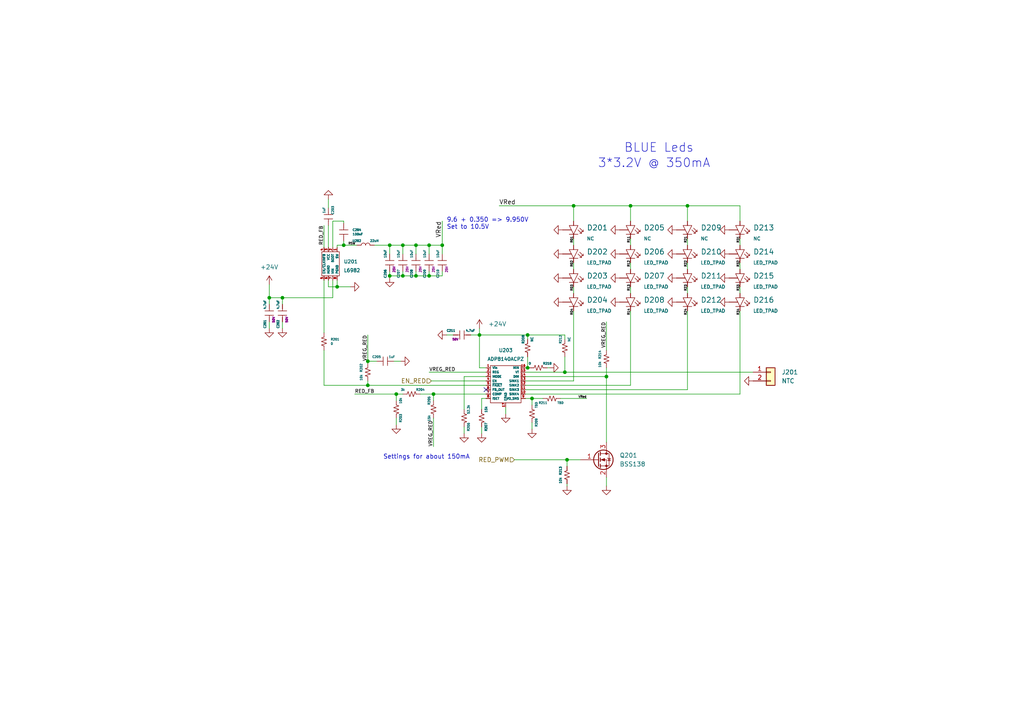
<source format=kicad_sch>
(kicad_sch (version 20211123) (generator eeschema)
  (paper "A4")
  (lib_symbols
    (symbol "ADP8140:ADP8140ACPZ"
      (property "Reference" "U" (at 0 6.985 0))
      (property "Value" "ADP8140ACPZ" (at 0 6.985 0))
      (symbol "ADP8140ACPZ_0_1"
        (rectangle (start -4.445 5.08) (end 4.445 -5.715) (stroke (width 0.1524)))
      )
      (symbol "ADP8140ACPZ_1_1"
        (pin power_in line (at -5.715 4.445 0) (length 1.27) (name "Vin") (number "1"))
        (pin power_out line (at 5.715 -3.175 180) (length 1.27) (name "SINK4") (number "10"))
        (pin power_out line (at 5.715 -1.905 180) (length 1.27) (name "SINK3") (number "11"))
        (pin power_out line (at 5.715 -0.635 180) (length 1.27) (name "SINK2") (number "12"))
        (pin power_out line (at 5.715 0.635 180) (length 1.27) (name "SINK1") (number "13"))
        (pin input line (at 5.715 1.905 180) (length 1.27) (name "DIM") (number "14"))
        (pin input line (at 5.715 3.175 180) (length 1.27) (name "VT") (number "15"))
        (pin input line (at 5.715 4.445 180) (length 1.27) (name "MIN") (number "16"))
        (pin power_in line (at 0 -6.985 90) (length 1.27) (name "EPAD") (number "17"))
        (pin power_out line (at -5.715 3.175 0) (length 1.27) (name "REG") (number "2"))
        (pin input line (at -5.715 1.905 0) (length 1.27) (name "MODE") (number "3"))
        (pin input line (at -5.715 0.635 0) (length 1.27) (name "EN") (number "4"))
        (pin output line (at -5.715 -0.635 0) (length 1.27) (name "~{FAULT}") (number "5"))
        (pin output line (at -5.715 -1.905 0) (length 1.27) (name "FB_OUT") (number "6"))
        (pin output line (at -5.715 -3.175 0) (length 1.27) (name "COMP") (number "7"))
        (pin input line (at -5.715 -4.445 0) (length 1.27) (name "ISET") (number "8"))
        (pin input line (at 5.715 -4.445 180) (length 1.27) (name "VO_SNS") (number "9"))
      )
    )
    (symbol "Connector_Generic:Conn_01x02" (pin_names (offset 1.016) hide)
      (property "Reference" "J" (at 0 2.54 0))
      (property "Value" "Conn_01x02" (at 0 -5.08 0))
      (symbol "Conn_01x02_1_1"
        (rectangle (start -1.27 -2.413) (end 0 -2.667) (stroke (width 0.1524)))
        (rectangle (start -1.27 0.127) (end 0 -0.127) (stroke (width 0.1524)))
        (rectangle (start -1.27 1.27) (end 1.27 -3.81) (stroke (width 0.254)) (fill (type background)))
        (pin passive line (at -5.08 0 0) (length 3.81) (name "Pin_1") (number "1"))
        (pin passive line (at -5.08 -2.54 0) (length 3.81) (name "Pin_2") (number "2"))
      )
    )
    (symbol "L6982NDR:L6982"
      (property "Reference" "U" (at 0 4.445 0))
      (property "Value" "L6982" (at 0 4.445 0))
      (symbol "L6982_0_1"
        (rectangle (start -3.81 2.54) (end 3.175 -2.54) (stroke (width 0.1524)))
      )
      (symbol "L6982_1_1"
        (pin output line (at -5.08 1.905 0) (length 1.27) (name "SW") (number "1"))
        (pin input line (at -5.08 0.635 0) (length 1.27) (name "BOOT") (number "2"))
        (pin power_out line (at -5.08 -0.635 0) (length 1.27) (name "VCC") (number "3"))
        (pin input line (at -5.08 -1.905 0) (length 1.27) (name "FB") (number "4"))
        (pin input line (at 4.445 -1.905 180) (length 1.27) (name "EN/CLKIN") (number "5"))
        (pin power_in line (at 4.445 -0.635 180) (length 1.27) (name "AGND") (number "6"))
        (pin power_in line (at 4.445 0.635 180) (length 1.27) (name "VIN") (number "7"))
        (pin power_in line (at 4.445 1.905 180) (length 1.27) (name "PGND") (number "8"))
      )
    )
    (symbol "NMOS:BSS138" (pin_names (offset 0) hide)
      (property "Reference" "Q" (at 5.08 1.905 0))
      (property "Value" "BSS138" (at 5.08 0 0))
      (symbol "BSS138_0_1"
        (polyline (pts (xy 0.762 -1.778) (xy 2.54 -1.778)))
        (polyline (pts (xy 0.762 -1.27) (xy 0.762 -2.286)) (stroke (width 0.254)))
        (polyline (pts (xy 0.762 0) (xy 2.54 0)))
        (polyline (pts (xy 0.762 0.508) (xy 0.762 -0.508)) (stroke (width 0.254)))
        (polyline (pts (xy 0.762 1.778) (xy 2.54 1.778)))
        (polyline (pts (xy 0.762 2.286) (xy 0.762 1.27)) (stroke (width 0.254)))
        (polyline (pts (xy 2.54 -1.778) (xy 2.54 -2.54)))
        (polyline (pts (xy 2.54 -1.778) (xy 2.54 0)))
        (polyline (pts (xy 2.54 2.54) (xy 2.54 1.778)))
        (polyline (pts (xy 0.254 1.905) (xy 0.254 -1.905) (xy 0.254 -1.905)) (stroke (width 0.254)))
        (polyline (pts (xy 1.016 0) (xy 2.032 0.381) (xy 2.032 -0.381) (xy 1.016 0)) (fill (type outline)))
        (polyline (pts (xy 2.54 -1.778) (xy 3.302 -1.778) (xy 3.302 1.778) (xy 2.54 1.778)))
        (polyline (pts (xy 2.794 0.508) (xy 2.921 0.381) (xy 3.683 0.381) (xy 3.81 0.254)))
        (polyline (pts (xy 3.302 0.381) (xy 2.921 -0.254) (xy 3.683 -0.254) (xy 3.302 0.381)))
        (circle (center 1.651 0) (radius 2.8194) (stroke (width 0.254)))
        (circle (center 2.54 -1.778) (radius 0.2794) (fill (type outline)))
        (circle (center 2.54 1.778) (radius 0.2794) (fill (type outline)))
      )
      (symbol "BSS138_1_1"
        (pin input line (at -5.08 0 0) (length 5.334) (name "G") (number "1"))
        (pin passive line (at 2.54 -5.08 90) (length 2.54) (name "S") (number "2"))
        (pin passive line (at 2.54 5.08 270) (length 2.54) (name "D") (number "3"))
      )
    )
    (symbol "passives:CAP_0603" (pin_numbers hide) (pin_names (offset 0) hide)
      (property "Reference" "C" (at 0 -2.54 0))
      (property "Value" "CAP_0603" (at 0 1.905 0))
      (symbol "CAP_0603_0_1"
        (polyline (pts (xy -1.27 0) (xy -0.635 0)))
        (polyline (pts (xy -0.635 -1.27) (xy -0.635 1.27)))
        (polyline (pts (xy 0.635 -1.27) (xy 0.635 -0.635)))
        (polyline (pts (xy 0.635 0.635) (xy 0.635 -0.635)))
        (polyline (pts (xy 0.635 1.27) (xy 0.635 0.635)))
        (polyline (pts (xy 1.27 0) (xy 0.635 0)))
      )
      (symbol "CAP_0603_1_1"
        (pin passive line (at -2.54 0 0) (length 1.27) (name "~") (number "1"))
        (pin passive line (at 2.54 0 180) (length 1.27) (name "~") (number "2"))
      )
    )
    (symbol "passives:CAP_0805" (pin_numbers hide) (pin_names (offset 0) hide)
      (property "Reference" "C" (at 0 -2.54 0))
      (property "Value" "CAP_0805" (at 0 1.905 0))
      (symbol "CAP_0805_0_1"
        (polyline (pts (xy -1.27 0) (xy -0.635 0)))
        (polyline (pts (xy -0.635 -1.27) (xy -0.635 1.27)))
        (polyline (pts (xy 0.635 -1.27) (xy 0.635 -0.635)))
        (polyline (pts (xy 0.635 0.635) (xy 0.635 -0.635)))
        (polyline (pts (xy 0.635 1.27) (xy 0.635 0.635)))
        (polyline (pts (xy 1.27 0) (xy 0.635 0)))
      )
      (symbol "CAP_0805_1_1"
        (pin passive line (at -2.54 0 0) (length 1.27) (name "~") (number "1"))
        (pin passive line (at 2.54 0 180) (length 1.27) (name "~") (number "2"))
      )
    )
    (symbol "passives:CAP_1206" (pin_numbers hide) (pin_names (offset 0) hide)
      (property "Reference" "C" (at 0 -2.54 0))
      (property "Value" "CAP_1206" (at 0 1.905 0))
      (symbol "CAP_1206_0_1"
        (polyline (pts (xy -1.27 0) (xy -0.635 0)))
        (polyline (pts (xy -0.635 -1.27) (xy -0.635 1.27)))
        (polyline (pts (xy 0.635 -1.27) (xy 0.635 -0.635)))
        (polyline (pts (xy 0.635 0.635) (xy 0.635 -0.635)))
        (polyline (pts (xy 0.635 1.27) (xy 0.635 0.635)))
        (polyline (pts (xy 1.27 0) (xy 0.635 0)))
      )
      (symbol "CAP_1206_1_1"
        (pin passive line (at -2.54 0 0) (length 1.27) (name "~") (number "1"))
        (pin passive line (at 2.54 0 180) (length 1.27) (name "~") (number "2"))
      )
    )
    (symbol "passives:IND_SMALL" (pin_numbers hide) (pin_names (offset 0) hide)
      (property "Reference" "U" (at 0 0 0))
      (property "Value" "IND_SMALL" (at 0 0 0))
      (symbol "IND_SMALL_0_1"
        (arc (start 0 0) (mid -0.635 0.635) (end -1.27 0))
        (arc (start 1.27 0) (mid 0.635 0.635) (end 0 0))
      )
      (symbol "IND_SMALL_1_1"
        (pin passive line (at -2.54 0 0) (length 1.27) (name "~") (number "1"))
        (pin passive line (at 2.54 0 180) (length 1.27) (name "~") (number "2"))
      )
    )
    (symbol "passives:LED_TPAD" (pin_numbers hide) (pin_names (offset 0) hide)
      (property "Reference" "D" (at 8.255 0 0))
      (property "Value" "LED_TPAD" (at 0 4.445 0))
      (symbol "LED_TPAD_0_1"
        (polyline (pts (xy 0 1.27) (xy 1.016 2.286)))
        (polyline (pts (xy 0.508 2.794) (xy 0 2.794)))
        (polyline (pts (xy 1.016 2.286) (xy 0.508 2.286)))
        (polyline (pts (xy 1.016 2.286) (xy 1.016 1.778)))
        (polyline (pts (xy 1.27 0) (xy 1.27 -1.27)))
        (polyline (pts (xy 1.27 0) (xy 1.27 1.27)))
        (polyline (pts (xy -0.508 1.778) (xy 0.508 2.794) (xy 0.508 2.286)))
        (polyline (pts (xy -1.27 0) (xy -1.27 1.27) (xy 1.27 0) (xy -1.27 -1.27) (xy -1.27 0)))
      )
      (symbol "LED_TPAD_1_1"
        (pin input line (at -2.54 0 0) (length 1.27) (name "A") (number "A"))
        (pin input line (at 2.54 0 180) (length 1.27) (name "K") (number "K"))
        (pin passive line (at 0 -3.175 90) (length 2.54) (name "PAD") (number "N"))
      )
    )
    (symbol "passives:RES_0603" (pin_numbers hide) (pin_names (offset 0) hide)
      (property "Reference" "R" (at 0 -2.54 0))
      (property "Value" "RES_0603" (at 0 1.27 0))
      (symbol "RES_0603_0_1"
        (polyline (pts (xy -1.27 0) (xy -1.016 0.762) (xy -0.508 -0.762) (xy 0 0.762) (xy 0.508 -0.762) (xy 1.016 0.762) (xy 1.27 0)))
      )
      (symbol "RES_0603_1_1"
        (pin input line (at -2.54 0 0) (length 1.27) (name "1") (number "1"))
        (pin input line (at 2.54 0 180) (length 1.27) (name "2") (number "2"))
      )
    )
    (symbol "power:+24V" (power) (pin_names (offset 0))
      (property "Value" "+24V" (at 0 3.556 0))
      (symbol "+24V_0_1"
        (polyline (pts (xy -0.762 1.27) (xy 0 2.54)))
        (polyline (pts (xy 0 0) (xy 0 2.54)))
        (polyline (pts (xy 0 2.54) (xy 0.762 1.27)))
      )
      (symbol "+24V_1_1"
        (pin power_in line (at 0 0 90) (length 0) hide (name "+24V") (number "1"))
      )
    )
    (symbol "power:GND" (power) (pin_names (offset 0))
      (property "Value" "GND" (at 0 -3.81 0))
      (symbol "GND_0_1"
        (polyline (pts (xy 0 0) (xy 0 -1.27) (xy 1.27 -1.27) (xy 0 -2.54) (xy -1.27 -1.27) (xy 0 -1.27)))
      )
      (symbol "GND_1_1"
        (pin power_in line (at 0 0 270) (length 0) hide (name "GND") (number "1"))
      )
    )
  )
  (junction (at 120.65 80.01))
  (junction (at 153.035 106.68))
  (junction (at 106.68 104.775))
  (junction (at 166.37 59.69))
  (junction (at 124.46 80.01))
  (junction (at 199.39 59.69))
  (junction (at 106.68 111.76))
  (junction (at 81.915 86.36))
  (junction (at 116.84 71.12))
  (junction (at 124.46 71.12))
  (junction (at 182.88 59.69))
  (junction (at 164.465 133.35))
  (junction (at 154.305 115.57))
  (junction (at 78.105 86.36))
  (junction (at 114.935 114.3))
  (junction (at 153.035 97.155))
  (junction (at 163.83 107.95))
  (junction (at 128.27 71.12))
  (junction (at 113.03 80.01))
  (junction (at 120.65 71.12))
  (junction (at 175.895 109.22))
  (junction (at 116.84 80.01))
  (junction (at 113.03 71.12))
  (junction (at 139.065 97.155))
  (junction (at 125.73 114.3))
  (junction (at 99.695 71.12))
  (junction (at 97.79 83.185))
  (no_connect (at 140.97 113.03))
  (wire (pts (xy 131.445 97.155) (xy 129.54 97.155)))
  (wire (pts (xy 153.035 103.505) (xy 153.035 106.68)))
  (wire (pts (xy 120.65 78.74) (xy 120.65 80.01)))
  (wire (pts (xy 214.63 69.215) (xy 214.63 71.12)))
  (wire (pts (xy 106.68 104.775) (xy 109.22 104.775)))
  (wire (pts (xy 116.84 71.12) (xy 113.03 71.12)))
  (wire (pts (xy 128.27 78.74) (xy 128.27 80.01)))
  (wire (pts (xy 134.62 109.22) (xy 134.62 118.745)))
  (wire (pts (xy 182.88 83.185) (xy 182.88 85.09)))
  (wire (pts (xy 125.73 114.3) (xy 125.73 116.205)))
  (wire (pts (xy 95.25 83.185) (xy 97.79 83.185)))
  (wire (pts (xy 199.39 76.2) (xy 199.39 78.105)))
  (wire (pts (xy 139.065 106.68) (xy 139.065 97.155)))
  (wire (pts (xy 164.465 133.35) (xy 168.275 133.35)))
  (wire (pts (xy 175.895 93.345) (xy 175.895 101.6)))
  (wire (pts (xy 214.63 83.185) (xy 214.63 85.09)))
  (wire (pts (xy 93.98 101.6) (xy 93.98 111.76)))
  (wire (pts (xy 106.68 97.155) (xy 106.68 104.775)))
  (wire (pts (xy 214.63 64.135) (xy 214.63 59.69)))
  (wire (pts (xy 97.79 71.755) (xy 97.79 71.12)))
  (wire (pts (xy 78.105 93.345) (xy 78.105 95.25)))
  (wire (pts (xy 152.4 110.49) (xy 166.37 110.49)))
  (wire (pts (xy 113.03 80.01) (xy 113.03 80.645)))
  (wire (pts (xy 163.83 103.505) (xy 163.83 107.95)))
  (wire (pts (xy 139.065 97.155) (xy 153.035 97.155)))
  (wire (pts (xy 146.685 118.11) (xy 146.685 120.015)))
  (wire (pts (xy 152.4 111.76) (xy 182.88 111.76)))
  (wire (pts (xy 158.75 106.68) (xy 159.385 106.68)))
  (wire (pts (xy 114.935 114.3) (xy 114.935 116.205)))
  (wire (pts (xy 136.525 97.155) (xy 139.065 97.155)))
  (wire (pts (xy 116.84 114.3) (xy 114.935 114.3)))
  (wire (pts (xy 164.465 133.35) (xy 164.465 135.255)))
  (wire (pts (xy 214.63 76.2) (xy 214.63 78.105)))
  (wire (pts (xy 124.46 80.01) (xy 128.27 80.01)))
  (wire (pts (xy 214.63 59.69) (xy 199.39 59.69)))
  (wire (pts (xy 153.035 106.68) (xy 153.67 106.68)))
  (wire (pts (xy 199.39 83.185) (xy 199.39 85.09)))
  (wire (pts (xy 139.7 115.57) (xy 139.7 118.745)))
  (wire (pts (xy 95.25 65.405) (xy 95.25 71.755)))
  (wire (pts (xy 93.98 65.405) (xy 93.98 71.755)))
  (wire (pts (xy 166.37 76.2) (xy 166.37 78.105)))
  (wire (pts (xy 102.87 114.3) (xy 114.935 114.3)))
  (wire (pts (xy 140.97 109.22) (xy 134.62 109.22)))
  (wire (pts (xy 97.79 71.12) (xy 99.695 71.12)))
  (wire (pts (xy 120.65 71.12) (xy 116.84 71.12)))
  (wire (pts (xy 199.39 69.215) (xy 199.39 71.12)))
  (wire (pts (xy 78.105 82.55) (xy 78.105 86.36)))
  (wire (pts (xy 95.25 57.785) (xy 95.25 60.325)))
  (wire (pts (xy 128.27 64.135) (xy 128.27 71.12)))
  (wire (pts (xy 154.305 115.57) (xy 154.305 117.475)))
  (wire (pts (xy 78.105 86.36) (xy 78.105 88.265)))
  (wire (pts (xy 95.25 81.28) (xy 95.25 83.185)))
  (wire (pts (xy 113.03 71.12) (xy 113.03 73.66)))
  (wire (pts (xy 96.52 64.135) (xy 99.695 64.135)))
  (wire (pts (xy 128.27 73.66) (xy 128.27 71.12)))
  (wire (pts (xy 166.37 110.49) (xy 166.37 90.17)))
  (wire (pts (xy 154.305 122.555) (xy 154.305 124.46)))
  (wire (pts (xy 182.88 76.2) (xy 182.88 78.105)))
  (wire (pts (xy 99.695 69.85) (xy 99.695 71.12)))
  (wire (pts (xy 124.46 107.95) (xy 140.97 107.95)))
  (wire (pts (xy 175.895 109.22) (xy 175.895 128.27)))
  (wire (pts (xy 113.03 80.01) (xy 116.84 80.01)))
  (wire (pts (xy 182.88 59.69) (xy 166.37 59.69)))
  (wire (pts (xy 96.52 81.28) (xy 96.52 86.36)))
  (wire (pts (xy 116.84 80.01) (xy 120.65 80.01)))
  (wire (pts (xy 163.83 97.155) (xy 153.035 97.155)))
  (wire (pts (xy 97.79 83.185) (xy 101.6 83.185)))
  (wire (pts (xy 163.83 98.425) (xy 163.83 97.155)))
  (wire (pts (xy 116.84 71.12) (xy 116.84 73.66)))
  (wire (pts (xy 199.39 59.69) (xy 199.39 64.135)))
  (wire (pts (xy 81.915 93.345) (xy 81.915 95.25)))
  (wire (pts (xy 125.095 110.49) (xy 140.97 110.49)))
  (wire (pts (xy 139.065 95.25) (xy 139.065 97.155)))
  (wire (pts (xy 81.915 86.36) (xy 81.915 88.265)))
  (wire (pts (xy 153.035 97.155) (xy 153.035 98.425)))
  (wire (pts (xy 125.73 121.285) (xy 125.73 129.54)))
  (wire (pts (xy 166.37 83.185) (xy 166.37 85.09)))
  (wire (pts (xy 152.4 113.03) (xy 199.39 113.03)))
  (wire (pts (xy 134.62 123.825) (xy 134.62 125.73)))
  (wire (pts (xy 116.84 78.74) (xy 116.84 80.01)))
  (wire (pts (xy 93.98 81.28) (xy 93.98 96.52)))
  (wire (pts (xy 175.895 106.68) (xy 175.895 109.22)))
  (wire (pts (xy 93.98 111.76) (xy 106.68 111.76)))
  (wire (pts (xy 124.46 78.74) (xy 124.46 80.01)))
  (wire (pts (xy 152.4 114.3) (xy 214.63 114.3)))
  (wire (pts (xy 108.585 71.12) (xy 113.03 71.12)))
  (wire (pts (xy 152.4 115.57) (xy 154.305 115.57)))
  (wire (pts (xy 114.935 121.285) (xy 114.935 123.19)))
  (wire (pts (xy 128.27 71.12) (xy 124.46 71.12)))
  (wire (pts (xy 175.895 138.43) (xy 175.895 140.97)))
  (wire (pts (xy 199.39 59.69) (xy 182.88 59.69)))
  (wire (pts (xy 152.4 109.22) (xy 175.895 109.22)))
  (wire (pts (xy 97.79 81.28) (xy 97.79 83.185)))
  (wire (pts (xy 140.97 106.68) (xy 139.065 106.68)))
  (wire (pts (xy 163.83 107.95) (xy 218.44 107.95)))
  (wire (pts (xy 99.695 71.12) (xy 103.505 71.12)))
  (wire (pts (xy 106.68 104.775) (xy 106.68 105.41)))
  (wire (pts (xy 120.65 80.01) (xy 124.46 80.01)))
  (wire (pts (xy 81.915 86.36) (xy 78.105 86.36)))
  (wire (pts (xy 149.225 133.35) (xy 164.465 133.35)))
  (wire (pts (xy 125.73 114.3) (xy 140.97 114.3)))
  (wire (pts (xy 152.4 106.68) (xy 153.035 106.68)))
  (wire (pts (xy 106.68 111.76) (xy 140.97 111.76)))
  (wire (pts (xy 99.695 64.135) (xy 99.695 64.77)))
  (wire (pts (xy 96.52 71.755) (xy 96.52 64.135)))
  (wire (pts (xy 199.39 113.03) (xy 199.39 90.17)))
  (wire (pts (xy 139.7 123.825) (xy 139.7 125.73)))
  (wire (pts (xy 166.37 69.215) (xy 166.37 71.12)))
  (wire (pts (xy 152.4 107.95) (xy 163.83 107.95)))
  (wire (pts (xy 140.97 115.57) (xy 139.7 115.57)))
  (wire (pts (xy 182.88 59.69) (xy 182.88 64.135)))
  (wire (pts (xy 124.46 71.12) (xy 124.46 73.66)))
  (wire (pts (xy 106.68 110.49) (xy 106.68 111.76)))
  (wire (pts (xy 182.88 111.76) (xy 182.88 90.17)))
  (wire (pts (xy 166.37 59.69) (xy 166.37 64.135)))
  (wire (pts (xy 120.65 71.12) (xy 120.65 73.66)))
  (wire (pts (xy 114.3 104.775) (xy 116.205 104.775)))
  (wire (pts (xy 214.63 114.3) (xy 214.63 90.17)))
  (wire (pts (xy 182.88 69.215) (xy 182.88 71.12)))
  (wire (pts (xy 113.03 78.74) (xy 113.03 80.01)))
  (wire (pts (xy 164.465 140.335) (xy 164.465 140.97)))
  (wire (pts (xy 162.56 115.57) (xy 170.18 115.57)))
  (wire (pts (xy 96.52 86.36) (xy 81.915 86.36)))
  (wire (pts (xy 154.305 115.57) (xy 157.48 115.57)))
  (wire (pts (xy 124.46 71.12) (xy 120.65 71.12)))
  (wire (pts (xy 121.92 114.3) (xy 125.73 114.3)))
  (wire (pts (xy 144.78 59.69) (xy 166.37 59.69)))
  (text "BLUE Leds" (at 180.975 44.45 0) (effects (font (size 2.54 2.54)) (justify left bottom)))
  (text "3*3.2V @ 350mA" (at 173.355 48.895 0) (effects (font (size 2.54 2.54)) (justify left bottom)))
  (text "9.6 + 0.350 => 9.950V\nSet to 10.5V" (at 129.54 66.675 0) (effects (font (size 1.27 1.27)) (justify left bottom)))
  (text "Settings for about 150mA" (at 111.125 133.35 0) (effects (font (size 1.27 1.27)) (justify left bottom)))
  (label "R32" (at 214.63 77.47 90) (effects (font (size 0.635 0.635))))
  (label "R31" (at 214.63 70.485 90) (effects (font (size 0.635 0.635))))
  (label "VREG_RED" (at 125.73 129.54 90) (effects (font (size 1 1))))
  (label "R33" (at 214.63 84.455 90) (effects (font (size 0.635 0.635))))
  (label "R04" (at 166.37 91.44 90) (effects (font (size 0.635 0.635))))
  (label "R24" (at 199.39 91.44 90) (effects (font (size 0.635 0.635))))
  (label "VREG_RED" (at 124.46 107.95 0) (effects (font (size 1 1))))
  (label "R11" (at 182.88 70.485 90) (effects (font (size 0.635 0.635))))
  (label "R23" (at 199.39 84.455 90) (effects (font (size 0.635 0.635))))
  (label "R14" (at 182.88 91.44 90) (effects (font (size 0.635 0.635))))
  (label "RED_FB" (at 102.87 114.3 0) (effects (font (size 1 1))))
  (label "R03" (at 166.37 84.455 90) (effects (font (size 0.635 0.635))))
  (label "R34" (at 214.63 91.44 90) (effects (font (size 0.635 0.635))))
  (label "R21" (at 199.39 70.485 90) (effects (font (size 0.635 0.635))))
  (label "VRed" (at 144.78 59.69 0))
  (label "R12" (at 182.88 77.47 90) (effects (font (size 0.635 0.635))))
  (label "RED_FB" (at 93.98 65.405 270) (effects (font (size 1 1))))
  (label "VRed" (at 170.18 115.57 180) (effects (font (size 0.635 0.635))))
  (label "VRed" (at 128.27 64.135 270))
  (label "R02" (at 166.37 77.47 90) (effects (font (size 0.635 0.635))))
  (label "VREG_RED" (at 106.68 97.155 270) (effects (font (size 1 1))))
  (label "VREG_RED" (at 175.895 93.345 270) (effects (font (size 1 1))))
  (label "RSW" (at 100.965 71.12 0) (effects (font (size 0.635 0.635))))
  (label "R13" (at 182.88 84.455 90) (effects (font (size 0.635 0.635))))
  (label "R22" (at 199.39 77.47 90) (effects (font (size 0.635 0.635))))
  (label "R01" (at 166.37 70.485 90) (effects (font (size 0.635 0.635))))
  (hierarchical_label "RED_PWM" (shape input) (at 149.225 133.35 180))
  (hierarchical_label "EN_RED" (shape input) (at 125.095 110.49 180))
  (symbol (lib_id "passives:CAP_0603") (at 99.695 67.31 90) (unit 1)
    (property "Reference" "C204" (at 102.235 66.675 90) (effects (font (size 0.635 0.635)) (justify right)))
    (property "Value" "100nF" (at 102.235 67.945 90) (effects (font (size 0.635 0.635)) (justify right)))
    (property "Footprint" "SM0603" (effects hide))
  )
  (symbol (lib_id "passives:LED_TPAD") (at 199.39 80.645 270) (unit 1)
    (property "Reference" "D211" (at 203.2 80.01 90) (effects (font (size 1.524 1.524)) (justify left)))
    (property "Value" "LED_TPAD" (at 203.2 83.1849 90) (effects (font (size 0.9906 0.9906)) (justify left)))
    (property "Footprint" "Cree:XLamp_MLE" (effects hide))
  )
  (symbol (lib_id "passives:LED_TPAD") (at 214.63 66.675 270) (unit 1)
    (property "Reference" "D213" (at 218.44 66.04 90) (effects (font (size 1.524 1.524)) (justify left)))
    (property "Value" "NC" (at 218.44 69.2149 90) (effects (font (size 0.9906 0.9906)) (justify left)))
    (property "Footprint" "Cree:XLamp_MLE" (effects hide))
  )
  (symbol (lib_id "power:GND") (at 78.105 95.25 0) (unit 1)
    (property "Reference" "#PWR0165" (effects hide))
    (property "Value" "GND" (effects hide))
  )
  (symbol (lib_id "power:GND") (at 101.6 83.185 90) (unit 1)
    (property "Reference" "#PWR0166" (effects hide))
    (property "Value" "GND" (effects hide))
  )
  (symbol (lib_id "power:GND") (at 211.455 73.66 270) (unit 1)
    (property "Reference" "#PWR0135" (effects hide))
    (property "Value" "GND" (effects hide))
  )
  (symbol (lib_id "passives:RES_0603") (at 106.68 107.95 90) (unit 1)
    (property "Reference" "R202" (at 104.775 105.41 0) (effects (font (size 0.635 0.635)) (justify right)))
    (property "Value" "10k" (at 104.775 108.585 0) (effects (font (size 0.635 0.635)) (justify right)))
    (property "Footprint" "SM0603" (effects hide))
  )
  (symbol (lib_id "power:GND") (at 179.705 87.63 270) (unit 1)
    (property "Reference" "#PWR0151" (effects hide))
    (property "Value" "GND" (effects hide))
  )
  (symbol (lib_id "power:GND") (at 196.215 66.675 270) (unit 1)
    (property "Reference" "#PWR0147" (effects hide))
    (property "Value" "GND" (effects hide))
  )
  (symbol (lib_id "ADP8140:ADP8140ACPZ") (at 146.685 111.125 0) (unit 1)
    (property "Reference" "U203" (at 146.685 101.6 0) (effects (font (size 1 1))))
    (property "Value" "ADP8140ACPZ" (at 146.685 104.14 0) (effects (font (size 1 1))))
    (property "Footprint" "QFN:ADP8140_LFCSP16_4x4_0.4mm" (effects hide))
  )
  (symbol (lib_id "passives:LED_TPAD") (at 166.37 80.645 270) (unit 1)
    (property "Reference" "D203" (at 170.18 80.01 90) (effects (font (size 1.524 1.524)) (justify left)))
    (property "Value" "LED_TPAD" (at 170.18 83.1849 90) (effects (font (size 0.9906 0.9906)) (justify left)))
    (property "Footprint" "Cree:XLamp_MLE" (effects hide))
  )
  (symbol (lib_id "passives:RES_0603") (at 114.935 118.745 270) (unit 1)
    (property "Reference" "R203" (at 116.205 121.285 0) (effects (font (size 0.635 0.635))))
    (property "Value" "10k" (at 116.205 116.205 0) (effects (font (size 0.635 0.635))))
    (property "Footprint" "SM0603" (effects hide))
  )
  (symbol (lib_id "power:GND") (at 179.705 80.645 270) (unit 1)
    (property "Reference" "#PWR0152" (effects hide))
    (property "Value" "GND" (effects hide))
  )
  (symbol (lib_id "power:GND") (at 163.195 87.63 270) (unit 1)
    (property "Reference" "#PWR0149" (effects hide))
    (property "Value" "GND" (effects hide))
  )
  (symbol (lib_id "passives:LED_TPAD") (at 166.37 87.63 270) (unit 1)
    (property "Reference" "D204" (at 170.18 86.995 90) (effects (font (size 1.524 1.524)) (justify left)))
    (property "Value" "LED_TPAD" (at 170.18 90.1699 90) (effects (font (size 0.9906 0.9906)) (justify left)))
    (property "Footprint" "Cree:XLamp_MLE" (effects hide))
  )
  (symbol (lib_id "passives:CAP_1206") (at 128.27 76.2 270) (unit 1)
    (property "Reference" "C210" (at 127 78.105 0) (effects (font (size 0.635 0.635)) (justify left)))
    (property "Value" "10uF" (at 127 72.39 0) (effects (font (size 0.635 0.635)) (justify left)))
    (property "Footprint" "SM1206" (effects hide))
    (property "Volt" "25V" (at 129.54 78.105 0) (effects (font (size 0.635 0.635))))
    (property "Vendor" "MOUSER" (effects hide))
    (property "SKU" "810-C3216X7R1H106160" (effects hide))
  )
  (symbol (lib_id "passives:RES_0603") (at 134.62 121.285 270) (unit 1)
    (property "Reference" "R206" (at 135.89 123.825 0) (effects (font (size 0.635 0.635))))
    (property "Value" "52.3k" (at 135.89 118.745 0) (effects (font (size 0.635 0.635))))
    (property "Footprint" "SM0603" (effects hide))
  )
  (symbol (lib_id "passives:LED_TPAD") (at 166.37 73.66 270) (unit 1)
    (property "Reference" "D202" (at 170.18 73.025 90) (effects (font (size 1.524 1.524)) (justify left)))
    (property "Value" "LED_TPAD" (at 170.18 76.1999 90) (effects (font (size 0.9906 0.9906)) (justify left)))
    (property "Footprint" "Cree:XLamp_MLE" (effects hide))
  )
  (symbol (lib_id "power:GND") (at 146.685 120.015 0) (unit 1)
    (property "Reference" "#PWR0158" (effects hide))
    (property "Value" "GND" (effects hide))
  )
  (symbol (lib_id "passives:RES_0603") (at 139.7 121.285 270) (unit 1)
    (property "Reference" "R207" (at 140.97 123.825 0) (effects (font (size 0.635 0.635))))
    (property "Value" "15k" (at 140.97 118.745 0) (effects (font (size 0.635 0.635))))
    (property "Footprint" "SM0603" (effects hide))
  )
  (symbol (lib_id "passives:LED_TPAD") (at 214.63 80.645 270) (unit 1)
    (property "Reference" "D215" (at 218.44 80.01 90) (effects (font (size 1.524 1.524)) (justify left)))
    (property "Value" "LED_TPAD" (at 218.44 83.1849 90) (effects (font (size 0.9906 0.9906)) (justify left)))
    (property "Footprint" "Cree:XLamp_MLE" (effects hide))
  )
  (symbol (lib_id "power:GND") (at 114.935 123.19 0) (unit 1)
    (property "Reference" "#PWR0157" (effects hide))
    (property "Value" "GND" (effects hide))
  )
  (symbol (lib_id "L6982NDR:L6982") (at 95.885 76.835 270) (unit 1)
    (property "Reference" "U201" (at 99.695 75.8825 90) (effects (font (size 1 1)) (justify left)))
    (property "Value" "L6982" (at 99.695 78.4225 90) (effects (font (size 1 1)) (justify left)))
    (property "Footprint" "SOIC:SOIC-8_208mil" (effects hide))
  )
  (symbol (lib_id "power:+24V") (at 139.065 95.25 0) (unit 1)
    (property "Reference" "#PWR0159" (effects hide))
    (property "Value" "+24V" (at 141.605 93.9799 0) (effects (justify left)))
  )
  (symbol (lib_id "passives:RES_0603") (at 125.73 118.745 90) (unit 1)
    (property "Reference" "R205" (at 124.46 116.205 0) (effects (font (size 0.635 0.635))))
    (property "Value" "15k" (at 124.46 121.285 0) (effects (font (size 0.635 0.635))))
    (property "Footprint" "SM0603" (effects hide))
  )
  (symbol (lib_id "power:GND") (at 113.03 80.645 0) (unit 1)
    (property "Reference" "#PWR0162" (effects hide))
    (property "Value" "GND" (effects hide))
  )
  (symbol (lib_id "power:GND") (at 179.705 73.66 270) (unit 1)
    (property "Reference" "#PWR0148" (effects hide))
    (property "Value" "GND" (effects hide))
  )
  (symbol (lib_id "passives:RES_0603") (at 156.21 106.68 0) (unit 1)
    (property "Reference" "R210" (at 158.75 105.41 0) (effects (font (size 0.635 0.635))))
    (property "Value" "0" (at 153.67 105.41 0) (effects (font (size 0.635 0.635))))
    (property "Footprint" "SM0603" (effects hide))
  )
  (symbol (lib_id "passives:CAP_1206") (at 120.65 76.2 270) (unit 1)
    (property "Reference" "C208" (at 119.38 78.105 0) (effects (font (size 0.635 0.635)) (justify left)))
    (property "Value" "10uF" (at 119.38 72.39 0) (effects (font (size 0.635 0.635)) (justify left)))
    (property "Footprint" "SM1206" (effects hide))
    (property "Volt" "25V" (at 121.92 78.105 0) (effects (font (size 0.635 0.635))))
    (property "Vendor" "MOUSER" (effects hide))
    (property "SKU" "810-C3216X7R1H106160" (effects hide))
  )
  (symbol (lib_id "power:GND") (at 159.385 106.68 90) (unit 1)
    (property "Reference" "#PWR0150" (effects hide))
    (property "Value" "GND" (effects hide))
  )
  (symbol (lib_id "power:GND") (at 164.465 140.97 0) (unit 1)
    (property "Reference" "#PWR0140" (effects hide))
    (property "Value" "GND" (effects hide))
  )
  (symbol (lib_id "power:GND") (at 218.44 110.49 270) (unit 1)
    (property "Reference" "#PWR0136" (effects hide))
    (property "Value" "GND" (effects hide))
  )
  (symbol (lib_id "Connector_Generic:Conn_01x02") (at 223.52 107.95 0) (unit 1)
    (property "Reference" "J201" (at 226.695 107.9499 0) (effects (justify left)))
    (property "Value" "NTC" (at 226.695 110.4899 0) (effects (justify left)))
    (property "Footprint" "Connector_JST:JST_XH_B2B-XH-A_1x02_P2.50mm_Vertical" (effects hide))
  )
  (symbol (lib_id "passives:LED_TPAD") (at 182.88 73.66 270) (unit 1)
    (property "Reference" "D206" (at 186.69 73.025 90) (effects (font (size 1.524 1.524)) (justify left)))
    (property "Value" "LED_TPAD" (at 186.69 76.1999 90) (effects (font (size 0.9906 0.9906)) (justify left)))
    (property "Footprint" "Cree:XLamp_MLE" (effects hide))
  )
  (symbol (lib_id "passives:LED_TPAD") (at 199.39 66.675 270) (unit 1)
    (property "Reference" "D209" (at 203.2 66.04 90) (effects (font (size 1.524 1.524)) (justify left)))
    (property "Value" "NC" (at 203.2 69.2149 90) (effects (font (size 0.9906 0.9906)) (justify left)))
    (property "Footprint" "Cree:XLamp_MLE" (effects hide))
  )
  (symbol (lib_id "passives:RES_0603") (at 154.305 120.015 270) (unit 1)
    (property "Reference" "R209" (at 155.575 122.555 0) (effects (font (size 0.635 0.635))))
    (property "Value" "TBD" (at 155.575 117.475 0) (effects (font (size 0.635 0.635))))
    (property "Footprint" "SM0603" (effects hide))
  )
  (symbol (lib_id "passives:CAP_1206") (at 78.105 90.805 270) (unit 1)
    (property "Reference" "C201" (at 76.835 92.71 0) (effects (font (size 0.635 0.635)) (justify left)))
    (property "Value" "4.7uF" (at 76.835 86.995 0) (effects (font (size 0.635 0.635)) (justify left)))
    (property "Footprint" "SM1206" (effects hide))
    (property "Volt" "50V" (at 79.375 92.71 0) (effects (font (size 0.635 0.635))))
  )
  (symbol (lib_id "passives:RES_0603") (at 119.38 114.3 0) (unit 1)
    (property "Reference" "R204" (at 121.92 113.03 0) (effects (font (size 0.635 0.635))))
    (property "Value" "3k" (at 116.84 113.03 0) (effects (font (size 0.635 0.635))))
    (property "Footprint" "SM0603" (effects hide))
  )
  (symbol (lib_id "passives:LED_TPAD") (at 199.39 87.63 270) (unit 1)
    (property "Reference" "D212" (at 203.2 86.995 90) (effects (font (size 1.524 1.524)) (justify left)))
    (property "Value" "LED_TPAD" (at 203.2 90.1699 90) (effects (font (size 0.9906 0.9906)) (justify left)))
    (property "Footprint" "Cree:XLamp_MLE" (effects hide))
  )
  (symbol (lib_id "passives:LED_TPAD") (at 166.37 66.675 270) (unit 1)
    (property "Reference" "D201" (at 170.18 66.04 90) (effects (font (size 1.524 1.524)) (justify left)))
    (property "Value" "NC" (at 170.18 69.2149 90) (effects (font (size 0.9906 0.9906)) (justify left)))
    (property "Footprint" "Cree:XLamp_MLE" (effects hide))
  )
  (symbol (lib_id "power:GND") (at 95.25 57.785 180) (unit 1)
    (property "Reference" "#PWR0169" (effects hide))
    (property "Value" "GND" (effects hide))
  )
  (symbol (lib_id "power:GND") (at 163.195 66.675 270) (unit 1)
    (property "Reference" "#PWR0160" (effects hide))
    (property "Value" "GND" (effects hide))
  )
  (symbol (lib_id "power:GND") (at 211.455 66.675 270) (unit 1)
    (property "Reference" "#PWR0139" (effects hide))
    (property "Value" "GND" (effects hide))
  )
  (symbol (lib_id "passives:LED_TPAD") (at 182.88 66.675 270) (unit 1)
    (property "Reference" "D205" (at 186.69 66.04 90) (effects (font (size 1.524 1.524)) (justify left)))
    (property "Value" "NC" (at 186.69 69.2149 90) (effects (font (size 0.9906 0.9906)) (justify left)))
    (property "Footprint" "Cree:XLamp_MLE" (effects hide))
  )
  (symbol (lib_id "power:GND") (at 129.54 97.155 270) (unit 1)
    (property "Reference" "#PWR0163" (effects hide))
    (property "Value" "GND" (effects hide))
  )
  (symbol (lib_id "passives:CAP_1206") (at 133.985 97.155 180) (unit 1)
    (property "Reference" "C211" (at 132.08 95.885 0) (effects (font (size 0.635 0.635)) (justify left)))
    (property "Value" "4.7uF" (at 137.795 95.885 0) (effects (font (size 0.635 0.635)) (justify left)))
    (property "Footprint" "SM1206" (effects hide))
    (property "Volt" "50V" (at 132.08 98.425 0) (effects (font (size 0.635 0.635))))
  )
  (symbol (lib_id "passives:CAP_1206") (at 116.84 76.2 270) (unit 1)
    (property "Reference" "C207" (at 115.57 78.105 0) (effects (font (size 0.635 0.635)) (justify left)))
    (property "Value" "10uF" (at 115.57 72.39 0) (effects (font (size 0.635 0.635)) (justify left)))
    (property "Footprint" "SM1206" (effects hide))
    (property "Volt" "25V" (at 118.11 78.105 0) (effects (font (size 0.635 0.635))))
    (property "Vendor" "MOUSER" (effects hide))
    (property "SKU" "810-C3216X7R1H106160" (effects hide))
  )
  (symbol (lib_id "power:GND") (at 154.305 124.46 0) (unit 1)
    (property "Reference" "#PWR0141" (effects hide))
    (property "Value" "GND" (effects hide))
  )
  (symbol (lib_id "power:+24V") (at 78.105 82.55 0) (unit 1)
    (property "Reference" "#PWR0170" (effects hide))
    (property "Value" "+24V" (at 78.105 77.47 0))
  )
  (symbol (lib_id "passives:LED_TPAD") (at 182.88 87.63 270) (unit 1)
    (property "Reference" "D208" (at 186.69 86.995 90) (effects (font (size 1.524 1.524)) (justify left)))
    (property "Value" "LED_TPAD" (at 186.69 90.1699 90) (effects (font (size 0.9906 0.9906)) (justify left)))
    (property "Footprint" "Cree:XLamp_MLE" (effects hide))
  )
  (symbol (lib_id "passives:IND_SMALL") (at 106.045 71.12 0) (unit 1)
    (property "Reference" "U202" (at 103.505 69.85 0) (effects (font (size 0.635 0.635))))
    (property "Value" "22uH" (at 108.585 69.85 0) (effects (font (size 0.635 0.635))))
    (property "Footprint" "Bourns:IND_SRP8540A_8.1x8.4x3.8mm" (effects hide))
    (property "Vendor" "MOUSER" (effects hide))
    (property "SKU" "652-SRP8540A-220M" (effects hide))
  )
  (symbol (lib_id "passives:CAP_1206") (at 113.03 76.2 270) (unit 1)
    (property "Reference" "C206" (at 111.76 78.105 0) (effects (font (size 0.635 0.635)) (justify left)))
    (property "Value" "10uF" (at 111.76 72.39 0) (effects (font (size 0.635 0.635)) (justify left)))
    (property "Footprint" "SM1206" (effects hide))
    (property "Volt" "25V" (at 114.3 78.105 0) (effects (font (size 0.635 0.635))))
    (property "Vendor" "MOUSER" (effects hide))
    (property "SKU" "810-C3216X7R1H106160" (effects hide))
  )
  (symbol (lib_id "passives:RES_0603") (at 175.895 104.14 90) (unit 1)
    (property "Reference" "R214" (at 173.99 101.6 0) (effects (font (size 0.635 0.635)) (justify right)))
    (property "Value" "10k" (at 173.99 104.775 0) (effects (font (size 0.635 0.635)) (justify right)))
    (property "Footprint" "SM0603" (effects hide))
  )
  (symbol (lib_id "passives:CAP_1206") (at 81.915 90.805 270) (unit 1)
    (property "Reference" "C202" (at 80.645 92.71 0) (effects (font (size 0.635 0.635)) (justify left)))
    (property "Value" "4.7uF" (at 80.645 86.995 0) (effects (font (size 0.635 0.635)) (justify left)))
    (property "Footprint" "SM1206" (effects hide))
    (property "Volt" "50V" (at 83.185 92.71 0) (effects (font (size 0.635 0.635))))
  )
  (symbol (lib_id "passives:CAP_0805") (at 95.25 62.865 90) (unit 1)
    (property "Reference" "C203" (at 96.52 60.96 0) (effects (font (size 0.635 0.635))))
    (property "Value" "1uF" (at 93.98 60.96 0) (effects (font (size 0.635 0.635))))
    (property "Footprint" "SM0805" (effects hide))
  )
  (symbol (lib_id "passives:RES_0603") (at 163.83 100.965 90) (unit 1)
    (property "Reference" "R212" (at 162.56 98.425 0) (effects (font (size 0.635 0.635))))
    (property "Value" "NC" (at 165.1 98.425 0) (effects (font (size 0.635 0.635))))
    (property "Footprint" "SM0603" (effects hide))
  )
  (symbol (lib_id "power:GND") (at 196.215 87.63 270) (unit 1)
    (property "Reference" "#PWR0144" (effects hide))
    (property "Value" "GND" (effects hide))
  )
  (symbol (lib_id "passives:RES_0603") (at 93.98 99.06 90) (unit 1)
    (property "Reference" "R201" (at 95.885 98.425 90) (effects (font (size 0.635 0.635)) (justify right)))
    (property "Value" "0" (at 95.885 99.695 90) (effects (font (size 0.635 0.635)) (justify right)))
    (property "Footprint" "SM0603" (effects hide))
  )
  (symbol (lib_id "power:GND") (at 139.7 125.73 0) (unit 1)
    (property "Reference" "#PWR0154" (effects hide))
    (property "Value" "GND" (effects hide))
  )
  (symbol (lib_id "passives:LED_TPAD") (at 214.63 87.63 270) (unit 1)
    (property "Reference" "D216" (at 218.44 86.995 90) (effects (font (size 1.524 1.524)) (justify left)))
    (property "Value" "LED_TPAD" (at 218.44 90.1699 90) (effects (font (size 0.9906 0.9906)) (justify left)))
    (property "Footprint" "Cree:XLamp_MLE" (effects hide))
  )
  (symbol (lib_id "power:GND") (at 211.455 80.645 270) (unit 1)
    (property "Reference" "#PWR0138" (effects hide))
    (property "Value" "GND" (effects hide))
  )
  (symbol (lib_id "passives:LED_TPAD") (at 214.63 73.66 270) (unit 1)
    (property "Reference" "D214" (at 218.44 73.025 90) (effects (font (size 1.524 1.524)) (justify left)))
    (property "Value" "LED_TPAD" (at 218.44 76.1999 90) (effects (font (size 0.9906 0.9906)) (justify left)))
    (property "Footprint" "Cree:XLamp_MLE" (effects hide))
  )
  (symbol (lib_id "passives:CAP_1206") (at 124.46 76.2 270) (unit 1)
    (property "Reference" "C209" (at 123.19 78.105 0) (effects (font (size 0.635 0.635)) (justify left)))
    (property "Value" "10uF" (at 123.19 72.39 0) (effects (font (size 0.635 0.635)) (justify left)))
    (property "Footprint" "SM1206" (effects hide))
    (property "Volt" "25V" (at 125.73 78.105 0) (effects (font (size 0.635 0.635))))
    (property "Vendor" "MOUSER" (effects hide))
    (property "SKU" "810-C3216X7R1H106160" (effects hide))
  )
  (symbol (lib_id "power:GND") (at 81.915 95.25 0) (unit 1)
    (property "Reference" "#PWR0164" (effects hide))
    (property "Value" "GND" (effects hide))
  )
  (symbol (lib_id "passives:LED_TPAD") (at 182.88 80.645 270) (unit 1)
    (property "Reference" "D207" (at 186.69 80.01 90) (effects (font (size 1.524 1.524)) (justify left)))
    (property "Value" "LED_TPAD" (at 186.69 83.1849 90) (effects (font (size 0.9906 0.9906)) (justify left)))
    (property "Footprint" "Cree:XLamp_MLE" (effects hide))
  )
  (symbol (lib_id "passives:RES_0603") (at 160.02 115.57 180) (unit 1)
    (property "Reference" "R211" (at 157.48 116.84 0) (effects (font (size 0.635 0.635))))
    (property "Value" "TBD" (at 162.56 116.84 0) (effects (font (size 0.635 0.635))))
    (property "Footprint" "SM0603" (effects hide))
  )
  (symbol (lib_id "power:GND") (at 211.455 87.63 270) (unit 1)
    (property "Reference" "#PWR0137" (effects hide))
    (property "Value" "GND" (effects hide))
  )
  (symbol (lib_id "power:GND") (at 175.895 140.97 0) (unit 1)
    (property "Reference" "#PWR0142" (effects hide))
    (property "Value" "GND" (effects hide))
  )
  (symbol (lib_id "passives:RES_0603") (at 164.465 137.795 90) (unit 1)
    (property "Reference" "R213" (at 162.56 135.255 0) (effects (font (size 0.635 0.635)) (justify right)))
    (property "Value" "10k" (at 162.56 138.43 0) (effects (font (size 0.635 0.635)) (justify right)))
    (property "Footprint" "SM0603" (effects hide))
  )
  (symbol (lib_id "power:GND") (at 163.195 73.66 270) (unit 1)
    (property "Reference" "#PWR0161" (effects hide))
    (property "Value" "GND" (effects hide))
  )
  (symbol (lib_id "passives:LED_TPAD") (at 199.39 73.66 270) (unit 1)
    (property "Reference" "D210" (at 203.2 73.025 90) (effects (font (size 1.524 1.524)) (justify left)))
    (property "Value" "LED_TPAD" (at 203.2 76.1999 90) (effects (font (size 0.9906 0.9906)) (justify left)))
    (property "Footprint" "Cree:XLamp_MLE" (effects hide))
  )
  (symbol (lib_id "power:GND") (at 196.215 80.645 270) (unit 1)
    (property "Reference" "#PWR0143" (effects hide))
    (property "Value" "GND" (effects hide))
  )
  (symbol (lib_id "NMOS:BSS138") (at 173.355 133.35 0) (unit 1)
    (property "Reference" "Q201" (at 179.705 132.0799 0) (effects (justify left)))
    (property "Value" "BSS138" (at 179.705 134.6199 0) (effects (justify left)))
    (property "Footprint" "SOT:SOT-23" (effects hide))
  )
  (symbol (lib_id "power:GND") (at 196.215 73.66 270) (unit 1)
    (property "Reference" "#PWR0145" (effects hide))
    (property "Value" "GND" (effects hide))
  )
  (symbol (lib_id "power:GND") (at 134.62 125.73 0) (unit 1)
    (property "Reference" "#PWR0155" (effects hide))
    (property "Value" "GND" (effects hide))
  )
  (symbol (lib_id "passives:CAP_0805") (at 111.76 104.775 0) (unit 1)
    (property "Reference" "C205" (at 109.22 103.505 0) (effects (font (size 0.635 0.635))))
    (property "Value" "1uF" (at 113.665 103.505 0) (effects (font (size 0.635 0.635))))
    (property "Footprint" "SM0805" (effects hide))
  )
  (symbol (lib_id "power:GND") (at 179.705 66.675 270) (unit 1)
    (property "Reference" "#PWR0146" (effects hide))
    (property "Value" "GND" (effects hide))
  )
  (symbol (lib_id "passives:RES_0603") (at 153.035 100.965 90) (unit 1)
    (property "Reference" "R208" (at 151.765 98.425 0) (effects (font (size 0.635 0.635))))
    (property "Value" "NC" (at 154.305 98.425 0) (effects (font (size 0.635 0.635))))
    (property "Footprint" "SM0603" (effects hide))
  )
  (symbol (lib_id "power:GND") (at 116.205 104.775 90) (unit 1)
    (property "Reference" "#PWR0156" (effects hide))
    (property "Value" "GND" (effects hide))
  )
  (symbol (lib_id "power:GND") (at 163.195 80.645 270) (unit 1)
    (property "Reference" "#PWR0153" (effects hide))
    (property "Value" "GND" (effects hide))
  )
)
</source>
